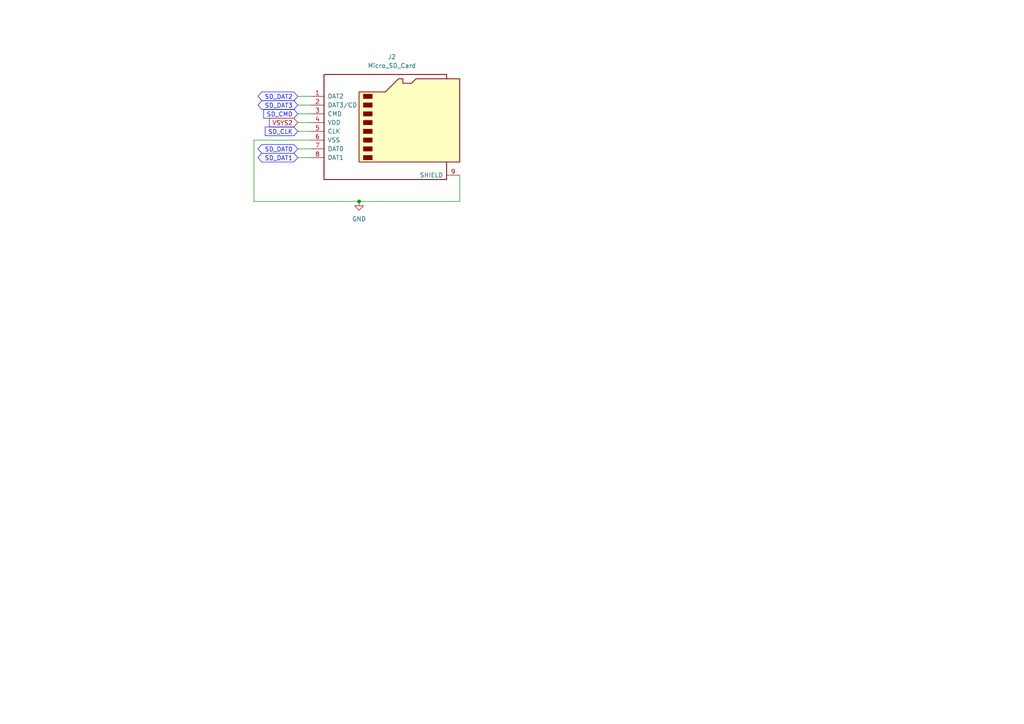
<source format=kicad_sch>
(kicad_sch
	(version 20231120)
	(generator "eeschema")
	(generator_version "8.0")
	(uuid "b2eddc07-f14c-401b-896e-3455fa1233f1")
	(paper "A4")
	(lib_symbols
		(symbol "Connector:Micro_SD_Card"
			(pin_names
				(offset 1.016)
			)
			(exclude_from_sim no)
			(in_bom yes)
			(on_board yes)
			(property "Reference" "J"
				(at -16.51 15.24 0)
				(effects
					(font
						(size 1.27 1.27)
					)
				)
			)
			(property "Value" "Micro_SD_Card"
				(at 16.51 15.24 0)
				(effects
					(font
						(size 1.27 1.27)
					)
					(justify right)
				)
			)
			(property "Footprint" ""
				(at 29.21 7.62 0)
				(effects
					(font
						(size 1.27 1.27)
					)
					(hide yes)
				)
			)
			(property "Datasheet" "https://www.we-online.com/components/products/datasheet/693072010801.pdf"
				(at 0 0 0)
				(effects
					(font
						(size 1.27 1.27)
					)
					(hide yes)
				)
			)
			(property "Description" "Micro SD Card Socket"
				(at 0 0 0)
				(effects
					(font
						(size 1.27 1.27)
					)
					(hide yes)
				)
			)
			(property "ki_keywords" "connector SD microsd"
				(at 0 0 0)
				(effects
					(font
						(size 1.27 1.27)
					)
					(hide yes)
				)
			)
			(property "ki_fp_filters" "microSD*"
				(at 0 0 0)
				(effects
					(font
						(size 1.27 1.27)
					)
					(hide yes)
				)
			)
			(symbol "Micro_SD_Card_0_1"
				(rectangle
					(start -7.62 -9.525)
					(end -5.08 -10.795)
					(stroke
						(width 0)
						(type default)
					)
					(fill
						(type outline)
					)
				)
				(rectangle
					(start -7.62 -6.985)
					(end -5.08 -8.255)
					(stroke
						(width 0)
						(type default)
					)
					(fill
						(type outline)
					)
				)
				(rectangle
					(start -7.62 -4.445)
					(end -5.08 -5.715)
					(stroke
						(width 0)
						(type default)
					)
					(fill
						(type outline)
					)
				)
				(rectangle
					(start -7.62 -1.905)
					(end -5.08 -3.175)
					(stroke
						(width 0)
						(type default)
					)
					(fill
						(type outline)
					)
				)
				(rectangle
					(start -7.62 0.635)
					(end -5.08 -0.635)
					(stroke
						(width 0)
						(type default)
					)
					(fill
						(type outline)
					)
				)
				(rectangle
					(start -7.62 3.175)
					(end -5.08 1.905)
					(stroke
						(width 0)
						(type default)
					)
					(fill
						(type outline)
					)
				)
				(rectangle
					(start -7.62 5.715)
					(end -5.08 4.445)
					(stroke
						(width 0)
						(type default)
					)
					(fill
						(type outline)
					)
				)
				(rectangle
					(start -7.62 8.255)
					(end -5.08 6.985)
					(stroke
						(width 0)
						(type default)
					)
					(fill
						(type outline)
					)
				)
				(polyline
					(pts
						(xy 16.51 12.7) (xy 16.51 13.97) (xy -19.05 13.97) (xy -19.05 -16.51) (xy 16.51 -16.51) (xy 16.51 -11.43)
					)
					(stroke
						(width 0.254)
						(type default)
					)
					(fill
						(type none)
					)
				)
				(polyline
					(pts
						(xy -8.89 -11.43) (xy -8.89 8.89) (xy -1.27 8.89) (xy 2.54 12.7) (xy 3.81 12.7) (xy 3.81 11.43)
						(xy 6.35 11.43) (xy 7.62 12.7) (xy 20.32 12.7) (xy 20.32 -11.43) (xy -8.89 -11.43)
					)
					(stroke
						(width 0.254)
						(type default)
					)
					(fill
						(type background)
					)
				)
			)
			(symbol "Micro_SD_Card_1_1"
				(pin bidirectional line
					(at -22.86 7.62 0)
					(length 3.81)
					(name "DAT2"
						(effects
							(font
								(size 1.27 1.27)
							)
						)
					)
					(number "1"
						(effects
							(font
								(size 1.27 1.27)
							)
						)
					)
				)
				(pin bidirectional line
					(at -22.86 5.08 0)
					(length 3.81)
					(name "DAT3/CD"
						(effects
							(font
								(size 1.27 1.27)
							)
						)
					)
					(number "2"
						(effects
							(font
								(size 1.27 1.27)
							)
						)
					)
				)
				(pin input line
					(at -22.86 2.54 0)
					(length 3.81)
					(name "CMD"
						(effects
							(font
								(size 1.27 1.27)
							)
						)
					)
					(number "3"
						(effects
							(font
								(size 1.27 1.27)
							)
						)
					)
				)
				(pin power_in line
					(at -22.86 0 0)
					(length 3.81)
					(name "VDD"
						(effects
							(font
								(size 1.27 1.27)
							)
						)
					)
					(number "4"
						(effects
							(font
								(size 1.27 1.27)
							)
						)
					)
				)
				(pin input line
					(at -22.86 -2.54 0)
					(length 3.81)
					(name "CLK"
						(effects
							(font
								(size 1.27 1.27)
							)
						)
					)
					(number "5"
						(effects
							(font
								(size 1.27 1.27)
							)
						)
					)
				)
				(pin power_in line
					(at -22.86 -5.08 0)
					(length 3.81)
					(name "VSS"
						(effects
							(font
								(size 1.27 1.27)
							)
						)
					)
					(number "6"
						(effects
							(font
								(size 1.27 1.27)
							)
						)
					)
				)
				(pin bidirectional line
					(at -22.86 -7.62 0)
					(length 3.81)
					(name "DAT0"
						(effects
							(font
								(size 1.27 1.27)
							)
						)
					)
					(number "7"
						(effects
							(font
								(size 1.27 1.27)
							)
						)
					)
				)
				(pin bidirectional line
					(at -22.86 -10.16 0)
					(length 3.81)
					(name "DAT1"
						(effects
							(font
								(size 1.27 1.27)
							)
						)
					)
					(number "8"
						(effects
							(font
								(size 1.27 1.27)
							)
						)
					)
				)
				(pin passive line
					(at 20.32 -15.24 180)
					(length 3.81)
					(name "SHIELD"
						(effects
							(font
								(size 1.27 1.27)
							)
						)
					)
					(number "9"
						(effects
							(font
								(size 1.27 1.27)
							)
						)
					)
				)
			)
		)
		(symbol "power:GND"
			(power)
			(pin_numbers hide)
			(pin_names
				(offset 0) hide)
			(exclude_from_sim no)
			(in_bom yes)
			(on_board yes)
			(property "Reference" "#PWR"
				(at 0 -6.35 0)
				(effects
					(font
						(size 1.27 1.27)
					)
					(hide yes)
				)
			)
			(property "Value" "GND"
				(at 0 -3.81 0)
				(effects
					(font
						(size 1.27 1.27)
					)
				)
			)
			(property "Footprint" ""
				(at 0 0 0)
				(effects
					(font
						(size 1.27 1.27)
					)
					(hide yes)
				)
			)
			(property "Datasheet" ""
				(at 0 0 0)
				(effects
					(font
						(size 1.27 1.27)
					)
					(hide yes)
				)
			)
			(property "Description" "Power symbol creates a global label with name \"GND\" , ground"
				(at 0 0 0)
				(effects
					(font
						(size 1.27 1.27)
					)
					(hide yes)
				)
			)
			(property "ki_keywords" "global power"
				(at 0 0 0)
				(effects
					(font
						(size 1.27 1.27)
					)
					(hide yes)
				)
			)
			(symbol "GND_0_1"
				(polyline
					(pts
						(xy 0 0) (xy 0 -1.27) (xy 1.27 -1.27) (xy 0 -2.54) (xy -1.27 -1.27) (xy 0 -1.27)
					)
					(stroke
						(width 0)
						(type default)
					)
					(fill
						(type none)
					)
				)
			)
			(symbol "GND_1_1"
				(pin power_in line
					(at 0 0 270)
					(length 0)
					(name "~"
						(effects
							(font
								(size 1.27 1.27)
							)
						)
					)
					(number "1"
						(effects
							(font
								(size 1.27 1.27)
							)
						)
					)
				)
			)
		)
	)
	(junction
		(at 104.14 58.42)
		(diameter 0)
		(color 0 0 0 0)
		(uuid "e874be6d-db86-4788-af8d-f056b57fd6fe")
	)
	(wire
		(pts
			(xy 86.36 30.48) (xy 90.17 30.48)
		)
		(stroke
			(width 0)
			(type default)
		)
		(uuid "12e74bb5-7369-44af-a8e5-ece4012808bc")
	)
	(wire
		(pts
			(xy 90.17 40.64) (xy 73.66 40.64)
		)
		(stroke
			(width 0)
			(type default)
		)
		(uuid "16fdbde4-65de-47c8-a74c-a0528c4a8ba3")
	)
	(wire
		(pts
			(xy 73.66 58.42) (xy 104.14 58.42)
		)
		(stroke
			(width 0)
			(type default)
		)
		(uuid "3720768d-24b1-4cf4-8e21-32d62a56a1d9")
	)
	(wire
		(pts
			(xy 86.36 45.72) (xy 90.17 45.72)
		)
		(stroke
			(width 0)
			(type default)
		)
		(uuid "4bdefe49-da3d-4efa-b034-41485b9502a7")
	)
	(wire
		(pts
			(xy 73.66 40.64) (xy 73.66 58.42)
		)
		(stroke
			(width 0)
			(type default)
		)
		(uuid "8407c3c2-acae-4948-ad77-c64b202ff84a")
	)
	(wire
		(pts
			(xy 86.36 27.94) (xy 90.17 27.94)
		)
		(stroke
			(width 0)
			(type default)
		)
		(uuid "b4809c9e-5c51-4ffe-a7ab-9f5bc60cbd0c")
	)
	(wire
		(pts
			(xy 86.36 38.1) (xy 90.17 38.1)
		)
		(stroke
			(width 0)
			(type default)
		)
		(uuid "bad104dc-382b-4549-8e2b-65514bb79415")
	)
	(wire
		(pts
			(xy 133.35 50.8) (xy 133.35 58.42)
		)
		(stroke
			(width 0)
			(type default)
		)
		(uuid "c07a77e0-7245-4160-adc8-06f5d7e43c9e")
	)
	(wire
		(pts
			(xy 133.35 58.42) (xy 104.14 58.42)
		)
		(stroke
			(width 0)
			(type default)
		)
		(uuid "cd8aa286-192c-4502-9ae9-a83b597a7596")
	)
	(wire
		(pts
			(xy 86.36 43.18) (xy 90.17 43.18)
		)
		(stroke
			(width 0)
			(type default)
		)
		(uuid "ea592b41-c94e-406e-b23f-d11185ce7ede")
	)
	(wire
		(pts
			(xy 86.36 35.56) (xy 90.17 35.56)
		)
		(stroke
			(width 0)
			(type default)
		)
		(uuid "eb554ef4-0908-4e28-bd91-c890a731b3f7")
	)
	(wire
		(pts
			(xy 86.36 33.02) (xy 90.17 33.02)
		)
		(stroke
			(width 0)
			(type default)
		)
		(uuid "fefe8d7a-a6dd-474e-a3ca-83f8c6767e08")
	)
	(global_label "SD_CLK"
		(shape input)
		(at 86.36 38.1 180)
		(effects
			(font
				(size 1.27 1.27)
				(color 0 10 255 1)
			)
			(justify right)
		)
		(uuid "1a180de7-f967-4cdf-8651-35288b5b95df")
		(property "Intersheetrefs" "${INTERSHEET_REFS}"
			(at 86.36 38.1 0)
			(effects
				(font
					(size 1.27 1.27)
				)
				(hide yes)
			)
		)
	)
	(global_label "SD_DAT3"
		(shape bidirectional)
		(at 86.36 30.48 180)
		(effects
			(font
				(size 1.27 1.27)
				(color 0 10 255 1)
			)
			(justify right)
		)
		(uuid "20ad2259-7989-43a0-84b2-aa5a76230966")
		(property "Intersheetrefs" "${INTERSHEET_REFS}"
			(at 86.36 30.48 0)
			(effects
				(font
					(size 1.27 1.27)
				)
				(hide yes)
			)
		)
	)
	(global_label "SD_DAT2"
		(shape bidirectional)
		(at 86.36 27.94 180)
		(effects
			(font
				(size 1.27 1.27)
				(color 0 10 255 1)
			)
			(justify right)
		)
		(uuid "2e3d1371-1d6e-4066-82ab-de3d48587f2d")
		(property "Intersheetrefs" "${INTERSHEET_REFS}"
			(at 86.36 27.94 0)
			(effects
				(font
					(size 1.27 1.27)
				)
				(hide yes)
			)
		)
	)
	(global_label "SD_DAT0"
		(shape bidirectional)
		(at 86.36 43.18 180)
		(effects
			(font
				(size 1.27 1.27)
				(color 0 10 255 1)
			)
			(justify right)
		)
		(uuid "58139706-7511-4eeb-894e-bb3484c6342f")
		(property "Intersheetrefs" "${INTERSHEET_REFS}"
			(at 86.36 43.18 0)
			(effects
				(font
					(size 1.27 1.27)
				)
				(hide yes)
			)
		)
	)
	(global_label "SD_DAT1"
		(shape bidirectional)
		(at 86.36 45.72 180)
		(effects
			(font
				(size 1.27 1.27)
				(color 0 10 255 1)
			)
			(justify right)
		)
		(uuid "cb117ac3-c072-44fb-ada8-cd70a5a2f69d")
		(property "Intersheetrefs" "${INTERSHEET_REFS}"
			(at 86.36 45.72 0)
			(effects
				(font
					(size 1.27 1.27)
				)
				(hide yes)
			)
		)
	)
	(global_label "VSYS2"
		(shape input)
		(at 86.36 35.56 180)
		(fields_autoplaced yes)
		(effects
			(font
				(size 1.27 1.27)
			)
			(justify right)
		)
		(uuid "d8e7f8ff-1c5c-46a7-a4d3-33a264eea732")
		(property "Intersheetrefs" "${INTERSHEET_REFS}"
			(at 77.5691 35.56 0)
			(effects
				(font
					(size 1.27 1.27)
				)
				(justify right)
				(hide yes)
			)
		)
	)
	(global_label "SD_CMD"
		(shape input)
		(at 86.36 33.02 180)
		(effects
			(font
				(size 1.27 1.27)
				(color 0 10 255 1)
			)
			(justify right)
		)
		(uuid "e0ef24bb-049f-40c4-8df9-671935660d0a")
		(property "Intersheetrefs" "${INTERSHEET_REFS}"
			(at 86.36 33.02 0)
			(effects
				(font
					(size 1.27 1.27)
				)
				(hide yes)
			)
		)
	)
	(symbol
		(lib_id "Connector:Micro_SD_Card")
		(at 113.03 35.56 0)
		(unit 1)
		(exclude_from_sim no)
		(in_bom yes)
		(on_board yes)
		(dnp no)
		(fields_autoplaced yes)
		(uuid "415704eb-36d5-4acb-8e1e-d83003a9d100")
		(property "Reference" "J2"
			(at 113.665 16.51 0)
			(effects
				(font
					(size 1.27 1.27)
				)
			)
		)
		(property "Value" "Micro_SD_Card"
			(at 113.665 19.05 0)
			(effects
				(font
					(size 1.27 1.27)
				)
			)
		)
		(property "Footprint" "MSD_4_A:CUI_MSD-4-A"
			(at 142.24 27.94 0)
			(effects
				(font
					(size 1.27 1.27)
				)
				(hide yes)
			)
		)
		(property "Datasheet" "https://www.we-online.com/components/products/datasheet/693072010801.pdf"
			(at 113.03 35.56 0)
			(effects
				(font
					(size 1.27 1.27)
				)
				(hide yes)
			)
		)
		(property "Description" "Micro SD Card Socket"
			(at 113.03 35.56 0)
			(effects
				(font
					(size 1.27 1.27)
				)
				(hide yes)
			)
		)
		(pin "1"
			(uuid "202c4ad3-3565-451b-ae23-7f1d82dfec85")
		)
		(pin "2"
			(uuid "95162f9c-3ba1-432e-8b08-33bca9fabcd9")
		)
		(pin "4"
			(uuid "1ec64c83-0f32-4846-af67-4e8fa008b342")
		)
		(pin "5"
			(uuid "f88b5c47-efa1-4f78-b782-311914c45ef2")
		)
		(pin "3"
			(uuid "85b1608b-82d1-44d6-b35d-0781fc7d6d3f")
		)
		(pin "9"
			(uuid "ff102074-8251-403c-bef1-f0a2fac6fee1")
		)
		(pin "8"
			(uuid "c5c70f9b-d5aa-4977-a943-e73a6ad8a5a0")
		)
		(pin "6"
			(uuid "cde3b9fc-60fc-4810-9e1d-c4f038a5fd6b")
		)
		(pin "7"
			(uuid "f5e2e68f-60f3-41bd-b710-8a7c2af733a3")
		)
		(instances
			(project ""
				(path "/63d8ebc3-d81d-4869-925f-b28ad884a523/1fcae418-b7ef-4cf0-be49-1180cf9bc64f"
					(reference "J2")
					(unit 1)
				)
			)
		)
	)
	(symbol
		(lib_id "power:GND")
		(at 104.14 58.42 0)
		(unit 1)
		(exclude_from_sim no)
		(in_bom yes)
		(on_board yes)
		(dnp no)
		(fields_autoplaced yes)
		(uuid "7831c5a6-07b5-4d62-a4ee-68774438875e")
		(property "Reference" "#PWR0523"
			(at 104.14 64.77 0)
			(effects
				(font
					(size 1.27 1.27)
				)
				(hide yes)
			)
		)
		(property "Value" "GND"
			(at 104.14 63.5 0)
			(effects
				(font
					(size 1.27 1.27)
				)
			)
		)
		(property "Footprint" ""
			(at 104.14 58.42 0)
			(effects
				(font
					(size 1.27 1.27)
				)
				(hide yes)
			)
		)
		(property "Datasheet" ""
			(at 104.14 58.42 0)
			(effects
				(font
					(size 1.27 1.27)
				)
				(hide yes)
			)
		)
		(property "Description" "Power symbol creates a global label with name \"GND\" , ground"
			(at 104.14 58.42 0)
			(effects
				(font
					(size 1.27 1.27)
				)
				(hide yes)
			)
		)
		(pin "1"
			(uuid "a8d15e74-1f47-4f8e-bb22-65ee81137b28")
		)
		(instances
			(project ""
				(path "/63d8ebc3-d81d-4869-925f-b28ad884a523/1fcae418-b7ef-4cf0-be49-1180cf9bc64f"
					(reference "#PWR0523")
					(unit 1)
				)
			)
		)
	)
)

</source>
